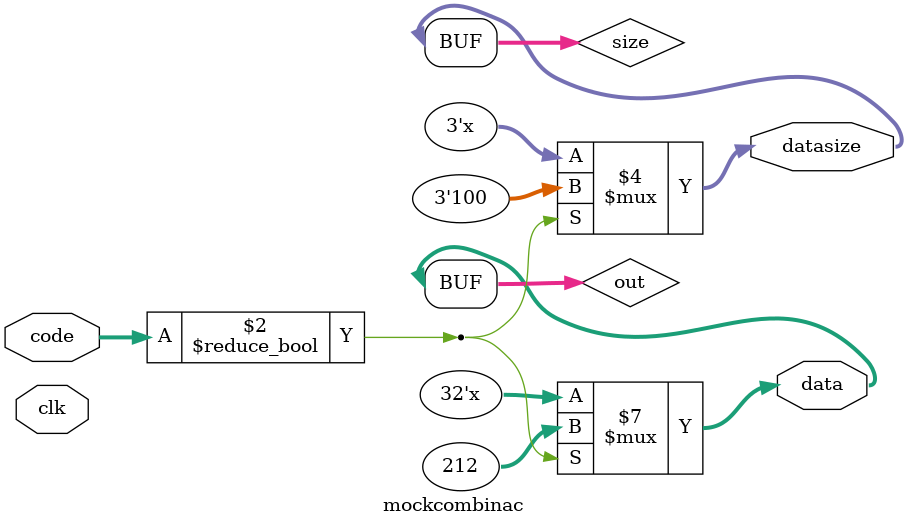
<source format=v>
`timescale 1ns / 1ps
module mockcombinac(
    input [7:0] code,
    output [31:0] data,
    output [2:0] datasize,
    input clk
    );
	 reg [31:0] out;
	 reg [2:0] size;
	 always @*
	 begin
		if (code)
		begin
			out = (32'b11010100);
			size = 3'd4;
		end
	 end

assign data = out;
assign datasize = size;

endmodule

</source>
